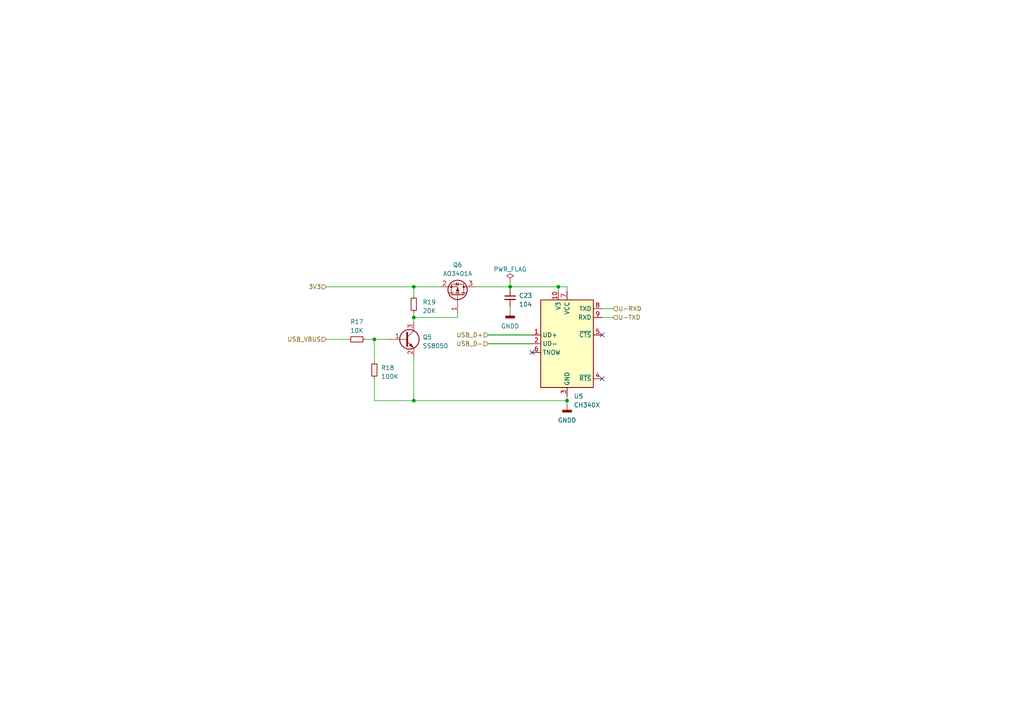
<source format=kicad_sch>
(kicad_sch (version 20230121) (generator eeschema)
  (paper "A4")
  (lib_symbols
    (symbol "Device:C_Small" (pin_numbers hide) (pin_names (offset 0.254) hide)
      (property "Reference" "C" (at 0.254 1.778 0))
      (property "Value" "C_Small" (at 0.254 -2.032 0))
      (symbol "C_Small_0_1"
        (polyline (pts (xy -1.524 -0.508) (xy 1.524 -0.508)) (stroke (width 0.3302)))
        (polyline (pts (xy -1.524 0.508) (xy 1.524 0.508)) (stroke (width 0.3048)))
      )
      (symbol "C_Small_1_1"
        (pin passive line (at 0 2.54 270) (length 2.032) (name "~") (number "1"))
        (pin passive line (at 0 -2.54 90) (length 2.032) (name "~") (number "2"))
      )
    )
    (symbol "Device:R_Small" (pin_numbers hide) (pin_names (offset 0.254) hide)
      (property "Reference" "R" (at 0.762 0.508 0))
      (property "Value" "R_Small" (at 0.762 -1.016 0))
      (symbol "R_Small_0_1"
        (rectangle (start -0.762 1.778) (end 0.762 -1.778) (stroke (width 0.2032)))
      )
      (symbol "R_Small_1_1"
        (pin passive line (at 0 2.54 270) (length 0.762) (name "~") (number "1"))
        (pin passive line (at 0 -2.54 90) (length 0.762) (name "~") (number "2"))
      )
    )
    (symbol "Interface_USB:CH340E"
      (property "Reference" "U" (at -5.08 13.97 0))
      (property "Value" "CH340E" (at 1.27 13.97 0))
      (symbol "CH340E_0_1"
        (rectangle (start -7.62 12.7) (end 7.62 -12.7) (stroke (width 0.254)) (fill (type background)))
      )
      (symbol "CH340E_1_1"
        (pin bidirectional line (at -10.16 2.54 0) (length 2.54) (name "UD+") (number "1"))
        (pin passive line (at -2.54 15.24 270) (length 2.54) (name "V3") (number "10"))
        (pin bidirectional line (at -10.16 0 0) (length 2.54) (name "UD-") (number "2"))
        (pin power_in line (at 0 -15.24 90) (length 2.54) (name "GND") (number "3"))
        (pin output line (at 10.16 -10.16 180) (length 2.54) (name "~{RTS}") (number "4"))
        (pin input line (at 10.16 2.54 180) (length 2.54) (name "~{CTS}") (number "5"))
        (pin output line (at -10.16 -2.54 0) (length 2.54) (name "TNOW") (number "6"))
        (pin power_in line (at 0 15.24 270) (length 2.54) (name "VCC") (number "7"))
        (pin output line (at 10.16 10.16 180) (length 2.54) (name "TXD") (number "8"))
        (pin input line (at 10.16 7.62 180) (length 2.54) (name "RXD") (number "9"))
      )
    )
    (symbol "Transistor_BJT:BC817" (pin_names (offset 0) hide)
      (property "Reference" "Q" (at 5.08 1.905 0))
      (property "Value" "BC817" (at 5.08 0 0))
      (symbol "BC817_0_1"
        (polyline (pts (xy 0.635 0.635) (xy 2.54 2.54)))
        (polyline (pts (xy 0.635 -0.635) (xy 2.54 -2.54) (xy 2.54 -2.54)))
        (polyline (pts (xy 0.635 1.905) (xy 0.635 -1.905) (xy 0.635 -1.905)) (stroke (width 0.508)))
        (polyline (pts (xy 1.27 -1.778) (xy 1.778 -1.27) (xy 2.286 -2.286) (xy 1.27 -1.778) (xy 1.27 -1.778)) (fill (type outline)))
        (circle (center 1.27 0) (radius 2.8194) (stroke (width 0.254)))
      )
      (symbol "BC817_1_1"
        (pin input line (at -5.08 0 0) (length 5.715) (name "B") (number "1"))
        (pin passive line (at 2.54 -5.08 90) (length 2.54) (name "E") (number "2"))
        (pin passive line (at 2.54 5.08 270) (length 2.54) (name "C") (number "3"))
      )
    )
    (symbol "Transistor_FET:AO3401A" (pin_names hide)
      (property "Reference" "Q" (at 5.08 1.905 0))
      (property "Value" "AO3401A" (at 5.08 0 0))
      (symbol "AO3401A_0_1"
        (polyline (pts (xy 0.254 0) (xy -2.54 0)))
        (polyline (pts (xy 0.254 1.905) (xy 0.254 -1.905)) (stroke (width 0.254)))
        (polyline (pts (xy 0.762 -1.27) (xy 0.762 -2.286)) (stroke (width 0.254)))
        (polyline (pts (xy 0.762 0.508) (xy 0.762 -0.508)) (stroke (width 0.254)))
        (polyline (pts (xy 0.762 2.286) (xy 0.762 1.27)) (stroke (width 0.254)))
        (polyline (pts (xy 2.54 2.54) (xy 2.54 1.778)))
        (polyline (pts (xy 2.54 -2.54) (xy 2.54 0) (xy 0.762 0)))
        (polyline (pts (xy 0.762 1.778) (xy 3.302 1.778) (xy 3.302 -1.778) (xy 0.762 -1.778)))
        (polyline (pts (xy 2.286 0) (xy 1.27 0.381) (xy 1.27 -0.381) (xy 2.286 0)) (fill (type outline)))
        (polyline (pts (xy 2.794 -0.508) (xy 2.921 -0.381) (xy 3.683 -0.381) (xy 3.81 -0.254)))
        (polyline (pts (xy 3.302 -0.381) (xy 2.921 0.254) (xy 3.683 0.254) (xy 3.302 -0.381)))
        (circle (center 1.651 0) (radius 2.794) (stroke (width 0.254)))
        (circle (center 2.54 -1.778) (radius 0.254) (fill (type outline)))
        (circle (center 2.54 1.778) (radius 0.254) (fill (type outline)))
      )
      (symbol "AO3401A_1_1"
        (pin input line (at -5.08 0 0) (length 2.54) (name "G") (number "1"))
        (pin passive line (at 2.54 -5.08 90) (length 2.54) (name "S") (number "2"))
        (pin passive line (at 2.54 5.08 270) (length 2.54) (name "D") (number "3"))
      )
    )
    (symbol "power:GNDD" (power) (pin_names (offset 0))
      (property "Value" "GNDD" (at 0 -3.175 0))
      (symbol "GNDD_0_1"
        (rectangle (start -1.27 -1.524) (end 1.27 -2.032) (stroke (width 0.254)) (fill (type outline)))
        (polyline (pts (xy 0 0) (xy 0 -1.524)))
      )
      (symbol "GNDD_1_1"
        (pin power_in line (at 0 0 270) (length 0) hide (name "GNDD") (number "1"))
      )
    )
    (symbol "power:PWR_FLAG" (power) (pin_numbers hide) (pin_names (offset 0) hide)
      (property "Value" "PWR_FLAG" (at 0 3.81 0))
      (symbol "PWR_FLAG_0_0"
        (pin power_out line (at 0 0 90) (length 0) (name "pwr") (number "1"))
      )
      (symbol "PWR_FLAG_0_1"
        (polyline (pts (xy 0 0) (xy 0 1.27) (xy -1.016 1.905) (xy 0 2.54) (xy 1.016 1.905) (xy 0 1.27)))
      )
    )
  )
  (junction (at 120.015 116.205))
  (junction (at 108.585 98.425))
  (junction (at 120.015 92.075))
  (junction (at 164.465 116.205))
  (junction (at 120.015 83.185))
  (junction (at 147.955 83.185))
  (junction (at 161.925 83.185))
  (no_connect (at 174.625 97.155))
  (no_connect (at 174.625 109.855))
  (no_connect (at 154.305 102.235))
  (wire (pts (xy 164.465 117.475) (xy 164.465 116.205)))
  (wire (pts (xy 106.045 98.425) (xy 108.585 98.425)))
  (wire (pts (xy 108.585 98.425) (xy 112.395 98.425)))
  (wire (pts (xy 120.015 92.075) (xy 132.715 92.075)))
  (wire (pts (xy 147.955 83.185) (xy 161.925 83.185)))
  (wire (pts (xy 108.585 104.775) (xy 108.585 98.425)))
  (wire (pts (xy 108.585 109.855) (xy 108.585 116.205)))
  (wire (pts (xy 120.015 92.075) (xy 120.015 93.345)))
  (wire (pts (xy 137.795 83.185) (xy 147.955 83.185)))
  (wire (pts (xy 120.015 116.205) (xy 164.465 116.205)))
  (wire (pts (xy 161.925 83.185) (xy 161.925 84.455)))
  (wire (pts (xy 120.015 90.805) (xy 120.015 92.075)))
  (wire (pts (xy 120.015 83.185) (xy 120.015 85.725)))
  (wire (pts (xy 154.305 99.695) (xy 141.605 99.695)) (stroke (width 0.254)))
  (wire (pts (xy 164.465 84.455) (xy 164.465 83.185)))
  (wire (pts (xy 94.615 98.425) (xy 100.965 98.425)))
  (wire (pts (xy 147.955 81.915) (xy 147.955 83.185)))
  (wire (pts (xy 161.925 83.185) (xy 164.465 83.185)))
  (wire (pts (xy 147.955 90.17) (xy 147.955 88.9)))
  (wire (pts (xy 154.305 97.155) (xy 141.605 97.155)) (stroke (width 0.254)))
  (wire (pts (xy 147.955 83.82) (xy 147.955 83.185)))
  (wire (pts (xy 164.465 116.205) (xy 164.465 114.935)))
  (wire (pts (xy 94.615 83.185) (xy 120.015 83.185)))
  (wire (pts (xy 174.625 89.535) (xy 177.8 89.535)))
  (wire (pts (xy 120.015 103.505) (xy 120.015 116.205)))
  (wire (pts (xy 108.585 116.205) (xy 120.015 116.205)))
  (wire (pts (xy 132.715 92.075) (xy 132.715 90.805)))
  (wire (pts (xy 174.625 92.075) (xy 177.8 92.075)))
  (wire (pts (xy 120.015 83.185) (xy 127.635 83.185)))
  (hierarchical_label "USB_D-" (shape input) (at 141.605 99.695 180))
  (hierarchical_label "USB_D+" (shape input) (at 141.605 97.155 180))
  (hierarchical_label "3V3" (shape input) (at 94.615 83.185 180))
  (hierarchical_label "U-RXD" (shape input) (at 177.8 89.535 0))
  (hierarchical_label "USB_VBUS" (shape input) (at 94.615 98.425 180))
  (hierarchical_label "U-TXD" (shape input) (at 177.8 92.075 0))
  (symbol (lib_id "Interface_USB:CH340E") (at 164.465 99.695 0) (unit 1)
    (property "Reference" "U5" (at 166.4209 114.935 0) (effects (justify left)))
    (property "Value" "CH340X" (at 166.4209 117.475 0) (effects (justify left)))
    (property "Footprint" "Package_SO:MSOP-10_3x3mm_P0.5mm" (effects hide))
    (property "Datasheet" "https://www.mpja.com/download/35227cpdata.pdf" (effects hide))
    (instances (project "usb-ctrl" (path "" (reference "U5") (unit 1))) (project "ylctrl" (path "" (reference "U7") (unit 1))) (project "ylmoto" (path "" (reference "U12") (unit 1))))
  )
  (symbol (lib_id "Device:C_Small") (at 147.955 86.36 0) (unit 1)
    (property "Reference" "C23" (at 150.495 85.7313 0) (effects (justify left)))
    (property "Value" "104" (at 150.495 88.2713 0) (effects (justify left)))
    (property "Footprint" "Capacitor_SMD:C_0603_1608Metric" (effects hide))
    (instances (project "usb-ctrl" (path "" (reference "C23") (unit 1))) (project "ylctrl" (path "" (reference "C21") (unit 1))) (project "ylmoto" (path "" (reference "C35") (unit 1))))
  )
  (symbol (lib_id "Device:R_Small") (at 120.015 88.265 0) (unit 1)
    (property "Reference" "R19" (at 122.555 87.63 0) (effects (justify left)))
    (property "Value" "20K" (at 122.555 90.17 0) (effects (justify left)))
    (property "Footprint" "Resistor_SMD:R_0603_1608Metric" (effects hide))
    (instances (project "usb-ctrl" (path "" (reference "R19") (unit 1))) (project "ylctrl" (path "" (reference "R27") (unit 1))) (project "ylmoto" (path "" (reference "R64") (unit 1))))
  )
  (symbol (lib_id "power:PWR_FLAG") (at 147.955 81.915 0) (unit 1)
    (property "Reference" "#FLG05" (effects hide))
    (property "Value" "PWR_FLAG" (at 147.955 78.105 0))
  )
  (symbol (lib_id "Transistor_BJT:BC817") (at 117.475 98.425 0) (unit 1)
    (property "Reference" "Q5" (at 122.555 97.79 0) (effects (justify left)))
    (property "Value" "SS8050" (at 122.555 100.33 0) (effects (justify left)))
    (property "Footprint" "Package_TO_SOT_SMD:SOT-23" (effects hide))
    (property "Datasheet" "https://www.onsemi.com/pub/Collateral/BC818-D.pdf" (effects hide))
    (instances (project "usb-ctrl" (path "" (reference "Q5") (unit 1))) (project "ylctrl" (path "" (reference "Q6") (unit 1))) (project "ylmoto" (path "" (reference "Q5") (unit 1))))
  )
  (symbol (lib_id "Transistor_FET:AO3401A") (at 132.715 85.725 270) (mirror x) (unit 1)
    (property "Reference" "Q6" (at 132.715 76.835 90))
    (property "Value" "AO3401A" (at 132.715 79.375 90))
    (property "Footprint" "Package_TO_SOT_SMD:SOT-23" (effects hide))
    (property "Datasheet" "http://www.aosmd.com/pdfs/datasheet/AO3401A.pdf" (effects hide))
    (instances (project "usb-ctrl" (path "" (reference "Q6") (unit 1))) (project "ylctrl" (path "" (reference "Q5") (unit 1))) (project "ylmoto" (path "" (reference "Q4") (unit 1))))
  )
  (symbol (lib_id "power:GNDD") (at 147.955 90.17 0) (unit 1)
    (property "Reference" "#PWR017" (effects hide))
    (property "Value" "GNDD" (at 147.955 94.615 0))
    (instances (project "usb-ctrl" (path "" (reference "#PWR017") (unit 1))) (project "ylctrl" (path "" (reference "#PWR0105") (unit 1))) (project "ylmoto" (path "" (reference "#PWR08") (unit 1))))
  )
  (symbol (lib_id "power:GNDD") (at 164.465 117.475 0) (unit 1)
    (property "Reference" "#PWR018" (effects hide))
    (property "Value" "GNDD" (at 164.465 121.92 0))
    (instances (project "usb-ctrl" (path "" (reference "#PWR018") (unit 1))) (project "ylctrl" (path "" (reference "#PWR015") (unit 1))) (project "ylmoto" (path "" (reference "#PWR015") (unit 1))))
  )
  (symbol (lib_id "Device:R_Small") (at 103.505 98.425 90) (unit 1)
    (property "Reference" "R17" (at 103.505 93.345 90))
    (property "Value" "10K" (at 103.505 95.885 90))
    (property "Footprint" "Resistor_SMD:R_0603_1608Metric" (effects hide))
    (instances (project "usb-ctrl" (path "" (reference "R17") (unit 1))) (project "ylctrl" (path "" (reference "R25") (unit 1))) (project "ylmoto" (path "" (reference "R67") (unit 1))))
  )
  (symbol (lib_id "Device:R_Small") (at 108.585 107.315 0) (unit 1)
    (property "Reference" "R18" (at 110.49 106.68 0) (effects (justify left)))
    (property "Value" "100K" (at 110.49 109.22 0) (effects (justify left)))
    (property "Footprint" "Resistor_SMD:R_0603_1608Metric" (effects hide))
    (instances (project "usb-ctrl" (path "" (reference "R18") (unit 1))) (project "ylctrl" (path "" (reference "R28") (unit 1))) (project "ylmoto" (path "" (reference "R66") (unit 1))))
  )
)
</source>
